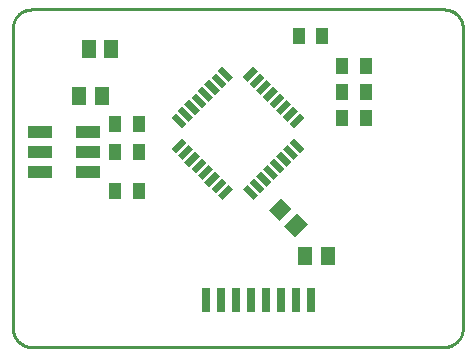
<source format=gtp>
G75*
%MOIN*%
%OFA0B0*%
%FSLAX25Y25*%
%IPPOS*%
%LPD*%
%AMOC8*
5,1,8,0,0,1.08239X$1,22.5*
%
%ADD10C,0.01000*%
%ADD11R,0.05118X0.05906*%
%ADD12R,0.05000X0.02200*%
%ADD13R,0.02200X0.05000*%
%ADD14R,0.02992X0.08071*%
%ADD15R,0.04331X0.05512*%
%ADD16R,0.07874X0.04331*%
D10*
X0030024Y0051683D02*
X0167524Y0051683D01*
X0167680Y0051685D01*
X0167836Y0051691D01*
X0167991Y0051700D01*
X0168146Y0051714D01*
X0168301Y0051732D01*
X0168456Y0051753D01*
X0168609Y0051778D01*
X0168762Y0051807D01*
X0168915Y0051840D01*
X0169066Y0051876D01*
X0169217Y0051917D01*
X0169366Y0051961D01*
X0169515Y0052008D01*
X0169662Y0052060D01*
X0169807Y0052115D01*
X0169952Y0052174D01*
X0170095Y0052236D01*
X0170236Y0052302D01*
X0170375Y0052371D01*
X0170513Y0052444D01*
X0170649Y0052520D01*
X0170783Y0052600D01*
X0170915Y0052683D01*
X0171045Y0052769D01*
X0171172Y0052858D01*
X0171298Y0052951D01*
X0171421Y0053047D01*
X0171541Y0053145D01*
X0171660Y0053247D01*
X0171775Y0053351D01*
X0171888Y0053459D01*
X0171998Y0053569D01*
X0172106Y0053682D01*
X0172210Y0053797D01*
X0172312Y0053916D01*
X0172410Y0054036D01*
X0172506Y0054159D01*
X0172599Y0054285D01*
X0172688Y0054412D01*
X0172774Y0054542D01*
X0172857Y0054674D01*
X0172937Y0054808D01*
X0173013Y0054944D01*
X0173086Y0055082D01*
X0173155Y0055221D01*
X0173221Y0055362D01*
X0173283Y0055505D01*
X0173342Y0055650D01*
X0173397Y0055795D01*
X0173449Y0055942D01*
X0173496Y0056091D01*
X0173540Y0056240D01*
X0173581Y0056391D01*
X0173617Y0056542D01*
X0173650Y0056695D01*
X0173679Y0056848D01*
X0173704Y0057001D01*
X0173725Y0057156D01*
X0173743Y0057311D01*
X0173757Y0057466D01*
X0173766Y0057621D01*
X0173772Y0057777D01*
X0173774Y0057933D01*
X0173774Y0157933D01*
X0173772Y0158089D01*
X0173766Y0158245D01*
X0173757Y0158400D01*
X0173743Y0158555D01*
X0173725Y0158710D01*
X0173704Y0158865D01*
X0173679Y0159018D01*
X0173650Y0159171D01*
X0173617Y0159324D01*
X0173581Y0159475D01*
X0173540Y0159626D01*
X0173496Y0159775D01*
X0173449Y0159924D01*
X0173397Y0160071D01*
X0173342Y0160216D01*
X0173283Y0160361D01*
X0173221Y0160504D01*
X0173155Y0160645D01*
X0173086Y0160784D01*
X0173013Y0160922D01*
X0172937Y0161058D01*
X0172857Y0161192D01*
X0172774Y0161324D01*
X0172688Y0161454D01*
X0172599Y0161581D01*
X0172506Y0161707D01*
X0172410Y0161830D01*
X0172312Y0161950D01*
X0172210Y0162069D01*
X0172106Y0162184D01*
X0171998Y0162297D01*
X0171888Y0162407D01*
X0171775Y0162515D01*
X0171660Y0162619D01*
X0171541Y0162721D01*
X0171421Y0162819D01*
X0171298Y0162915D01*
X0171172Y0163008D01*
X0171045Y0163097D01*
X0170915Y0163183D01*
X0170783Y0163266D01*
X0170649Y0163346D01*
X0170513Y0163422D01*
X0170375Y0163495D01*
X0170236Y0163564D01*
X0170095Y0163630D01*
X0169952Y0163692D01*
X0169807Y0163751D01*
X0169662Y0163806D01*
X0169515Y0163858D01*
X0169366Y0163905D01*
X0169217Y0163949D01*
X0169066Y0163990D01*
X0168915Y0164026D01*
X0168762Y0164059D01*
X0168609Y0164088D01*
X0168456Y0164113D01*
X0168301Y0164134D01*
X0168146Y0164152D01*
X0167991Y0164166D01*
X0167836Y0164175D01*
X0167680Y0164181D01*
X0167524Y0164183D01*
X0030024Y0164183D01*
X0029868Y0164181D01*
X0029712Y0164175D01*
X0029557Y0164166D01*
X0029402Y0164152D01*
X0029247Y0164134D01*
X0029092Y0164113D01*
X0028939Y0164088D01*
X0028786Y0164059D01*
X0028633Y0164026D01*
X0028482Y0163990D01*
X0028331Y0163949D01*
X0028182Y0163905D01*
X0028033Y0163858D01*
X0027886Y0163806D01*
X0027741Y0163751D01*
X0027596Y0163692D01*
X0027453Y0163630D01*
X0027312Y0163564D01*
X0027173Y0163495D01*
X0027035Y0163422D01*
X0026899Y0163346D01*
X0026765Y0163266D01*
X0026633Y0163183D01*
X0026503Y0163097D01*
X0026376Y0163008D01*
X0026250Y0162915D01*
X0026127Y0162819D01*
X0026007Y0162721D01*
X0025888Y0162619D01*
X0025773Y0162515D01*
X0025660Y0162407D01*
X0025550Y0162297D01*
X0025442Y0162184D01*
X0025338Y0162069D01*
X0025236Y0161950D01*
X0025138Y0161830D01*
X0025042Y0161707D01*
X0024949Y0161581D01*
X0024860Y0161454D01*
X0024774Y0161324D01*
X0024691Y0161192D01*
X0024611Y0161058D01*
X0024535Y0160922D01*
X0024462Y0160784D01*
X0024393Y0160645D01*
X0024327Y0160504D01*
X0024265Y0160361D01*
X0024206Y0160216D01*
X0024151Y0160071D01*
X0024099Y0159924D01*
X0024052Y0159775D01*
X0024008Y0159626D01*
X0023967Y0159475D01*
X0023931Y0159324D01*
X0023898Y0159171D01*
X0023869Y0159018D01*
X0023844Y0158865D01*
X0023823Y0158710D01*
X0023805Y0158555D01*
X0023791Y0158400D01*
X0023782Y0158245D01*
X0023776Y0158089D01*
X0023774Y0157933D01*
X0023774Y0057933D01*
X0023776Y0057777D01*
X0023782Y0057621D01*
X0023791Y0057466D01*
X0023805Y0057311D01*
X0023823Y0057156D01*
X0023844Y0057001D01*
X0023869Y0056848D01*
X0023898Y0056695D01*
X0023931Y0056542D01*
X0023967Y0056391D01*
X0024008Y0056240D01*
X0024052Y0056091D01*
X0024099Y0055942D01*
X0024151Y0055795D01*
X0024206Y0055650D01*
X0024265Y0055505D01*
X0024327Y0055362D01*
X0024393Y0055221D01*
X0024462Y0055082D01*
X0024535Y0054944D01*
X0024611Y0054808D01*
X0024691Y0054674D01*
X0024774Y0054542D01*
X0024860Y0054412D01*
X0024949Y0054285D01*
X0025042Y0054159D01*
X0025138Y0054036D01*
X0025236Y0053916D01*
X0025338Y0053797D01*
X0025442Y0053682D01*
X0025550Y0053569D01*
X0025660Y0053459D01*
X0025773Y0053351D01*
X0025888Y0053247D01*
X0026007Y0053145D01*
X0026127Y0053047D01*
X0026250Y0052951D01*
X0026376Y0052858D01*
X0026503Y0052769D01*
X0026633Y0052683D01*
X0026765Y0052600D01*
X0026899Y0052520D01*
X0027035Y0052444D01*
X0027173Y0052371D01*
X0027312Y0052302D01*
X0027453Y0052236D01*
X0027596Y0052174D01*
X0027741Y0052115D01*
X0027886Y0052060D01*
X0028033Y0052008D01*
X0028182Y0051961D01*
X0028331Y0051917D01*
X0028482Y0051876D01*
X0028633Y0051840D01*
X0028786Y0051807D01*
X0028939Y0051778D01*
X0029092Y0051753D01*
X0029247Y0051732D01*
X0029402Y0051714D01*
X0029557Y0051700D01*
X0029712Y0051691D01*
X0029868Y0051685D01*
X0030024Y0051683D01*
D11*
G36*
X0113201Y0101434D02*
X0116820Y0097815D01*
X0112645Y0093640D01*
X0109026Y0097259D01*
X0113201Y0101434D01*
G37*
G36*
X0118490Y0096145D02*
X0122109Y0092526D01*
X0117934Y0088351D01*
X0114315Y0091970D01*
X0118490Y0096145D01*
G37*
X0121234Y0082173D03*
X0128714Y0082173D03*
X0053449Y0135418D03*
X0045968Y0135418D03*
X0048999Y0150950D03*
X0056479Y0150950D03*
D12*
G36*
X0082245Y0126770D02*
X0078711Y0130304D01*
X0080267Y0131860D01*
X0083801Y0128326D01*
X0082245Y0126770D01*
G37*
G36*
X0080018Y0124543D02*
X0076484Y0128077D01*
X0078040Y0129633D01*
X0081574Y0126099D01*
X0080018Y0124543D01*
G37*
G36*
X0084472Y0128998D02*
X0080938Y0132532D01*
X0082494Y0134088D01*
X0086028Y0130554D01*
X0084472Y0128998D01*
G37*
G36*
X0086699Y0131225D02*
X0083165Y0134759D01*
X0084721Y0136315D01*
X0088255Y0132781D01*
X0086699Y0131225D01*
G37*
G36*
X0088927Y0133452D02*
X0085393Y0136986D01*
X0086949Y0138542D01*
X0090483Y0135008D01*
X0088927Y0133452D01*
G37*
G36*
X0091154Y0135679D02*
X0087620Y0139213D01*
X0089176Y0140769D01*
X0092710Y0137235D01*
X0091154Y0135679D01*
G37*
G36*
X0093381Y0137906D02*
X0089847Y0141440D01*
X0091403Y0142996D01*
X0094937Y0139462D01*
X0093381Y0137906D01*
G37*
G36*
X0095608Y0140133D02*
X0092074Y0143667D01*
X0093630Y0145223D01*
X0097164Y0141689D01*
X0095608Y0140133D01*
G37*
G36*
X0119508Y0116233D02*
X0115974Y0119767D01*
X0117530Y0121323D01*
X0121064Y0117789D01*
X0119508Y0116233D01*
G37*
G36*
X0117281Y0114006D02*
X0113747Y0117540D01*
X0115303Y0119096D01*
X0118837Y0115562D01*
X0117281Y0114006D01*
G37*
G36*
X0115054Y0111779D02*
X0111520Y0115313D01*
X0113076Y0116869D01*
X0116610Y0113335D01*
X0115054Y0111779D01*
G37*
G36*
X0112827Y0109552D02*
X0109293Y0113086D01*
X0110849Y0114642D01*
X0114383Y0111108D01*
X0112827Y0109552D01*
G37*
G36*
X0110600Y0107324D02*
X0107066Y0110858D01*
X0108622Y0112414D01*
X0112156Y0108880D01*
X0110600Y0107324D01*
G37*
G36*
X0108373Y0105097D02*
X0104839Y0108631D01*
X0106395Y0110187D01*
X0109929Y0106653D01*
X0108373Y0105097D01*
G37*
G36*
X0106145Y0102870D02*
X0102611Y0106404D01*
X0104167Y0107960D01*
X0107701Y0104426D01*
X0106145Y0102870D01*
G37*
G36*
X0103918Y0100643D02*
X0100384Y0104177D01*
X0101940Y0105733D01*
X0105474Y0102199D01*
X0103918Y0100643D01*
G37*
D13*
G36*
X0093630Y0100643D02*
X0092074Y0102199D01*
X0095608Y0105733D01*
X0097164Y0104177D01*
X0093630Y0100643D01*
G37*
G36*
X0091403Y0102870D02*
X0089847Y0104426D01*
X0093381Y0107960D01*
X0094937Y0106404D01*
X0091403Y0102870D01*
G37*
G36*
X0089176Y0105097D02*
X0087620Y0106653D01*
X0091154Y0110187D01*
X0092710Y0108631D01*
X0089176Y0105097D01*
G37*
G36*
X0086949Y0107324D02*
X0085393Y0108880D01*
X0088927Y0112414D01*
X0090483Y0110858D01*
X0086949Y0107324D01*
G37*
G36*
X0084721Y0109552D02*
X0083165Y0111108D01*
X0086699Y0114642D01*
X0088255Y0113086D01*
X0084721Y0109552D01*
G37*
G36*
X0082494Y0111779D02*
X0080938Y0113335D01*
X0084472Y0116869D01*
X0086028Y0115313D01*
X0082494Y0111779D01*
G37*
G36*
X0080267Y0114006D02*
X0078711Y0115562D01*
X0082245Y0119096D01*
X0083801Y0117540D01*
X0080267Y0114006D01*
G37*
G36*
X0078040Y0116233D02*
X0076484Y0117789D01*
X0080018Y0121323D01*
X0081574Y0119767D01*
X0078040Y0116233D01*
G37*
G36*
X0104167Y0137906D02*
X0102611Y0139462D01*
X0106145Y0142996D01*
X0107701Y0141440D01*
X0104167Y0137906D01*
G37*
G36*
X0106395Y0135679D02*
X0104839Y0137235D01*
X0108373Y0140769D01*
X0109929Y0139213D01*
X0106395Y0135679D01*
G37*
G36*
X0108622Y0133452D02*
X0107066Y0135008D01*
X0110600Y0138542D01*
X0112156Y0136986D01*
X0108622Y0133452D01*
G37*
G36*
X0110849Y0131225D02*
X0109293Y0132781D01*
X0112827Y0136315D01*
X0114383Y0134759D01*
X0110849Y0131225D01*
G37*
G36*
X0113076Y0128998D02*
X0111520Y0130554D01*
X0115054Y0134088D01*
X0116610Y0132532D01*
X0113076Y0128998D01*
G37*
G36*
X0115303Y0126770D02*
X0113747Y0128326D01*
X0117281Y0131860D01*
X0118837Y0130304D01*
X0115303Y0126770D01*
G37*
G36*
X0117530Y0124543D02*
X0115974Y0126099D01*
X0119508Y0129633D01*
X0121064Y0128077D01*
X0117530Y0124543D01*
G37*
G36*
X0101940Y0140133D02*
X0100384Y0141689D01*
X0103918Y0145223D01*
X0105474Y0143667D01*
X0101940Y0140133D01*
G37*
D14*
X0103097Y0067392D03*
X0108097Y0067392D03*
X0113097Y0067392D03*
X0118097Y0067392D03*
X0123097Y0067392D03*
X0098097Y0067392D03*
X0093097Y0067392D03*
X0088097Y0067392D03*
D15*
X0065711Y0103792D03*
X0057837Y0103792D03*
X0057837Y0116635D03*
X0065711Y0116635D03*
X0065711Y0125985D03*
X0057837Y0125985D03*
X0119087Y0155183D03*
X0126961Y0155183D03*
X0133587Y0145433D03*
X0141461Y0145433D03*
X0141461Y0136683D03*
X0133587Y0136683D03*
X0133587Y0127933D03*
X0141461Y0127933D03*
D16*
X0048706Y0123373D03*
X0048706Y0116680D03*
X0048706Y0109987D03*
X0032958Y0109987D03*
X0032958Y0116680D03*
X0032958Y0123373D03*
M02*

</source>
